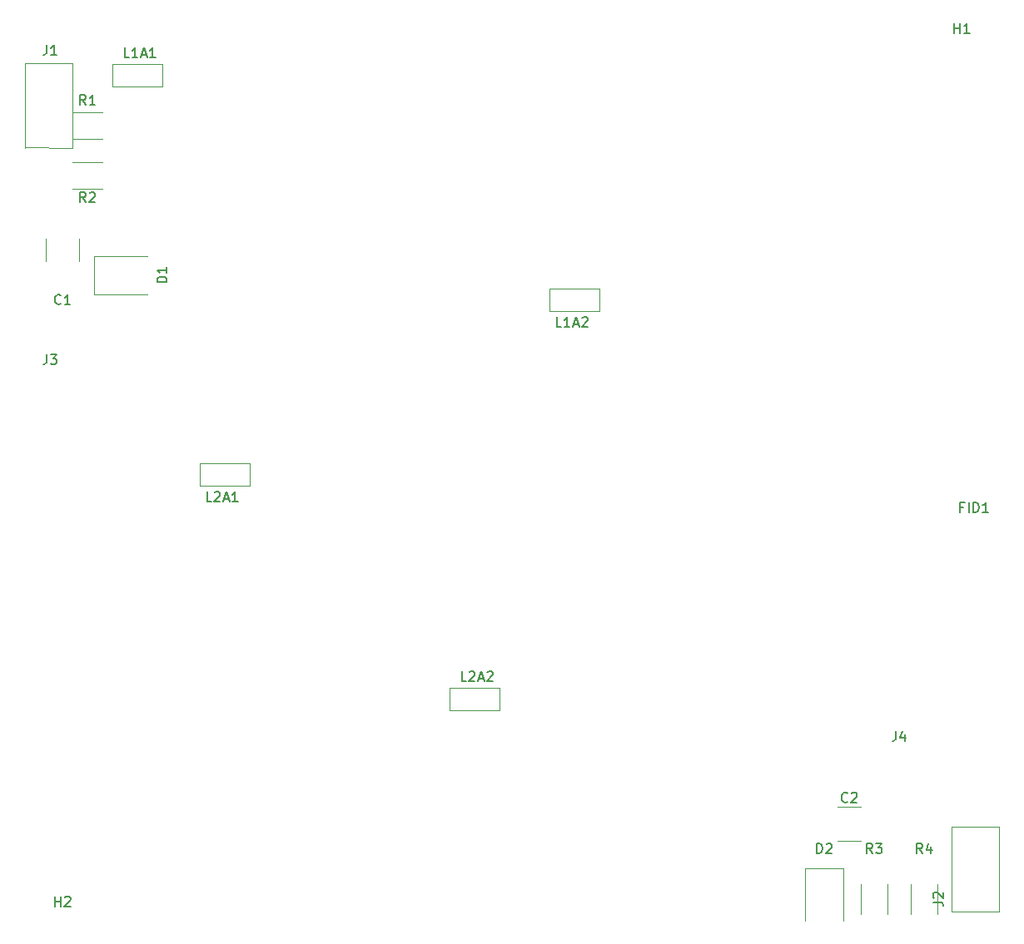
<source format=gbr>
%TF.GenerationSoftware,KiCad,Pcbnew,(5.1.12)-1*%
%TF.CreationDate,2021-11-29T17:29:34+10:30*%
%TF.ProjectId,SWR_02,5357525f-3032-42e6-9b69-6361645f7063,1*%
%TF.SameCoordinates,Original*%
%TF.FileFunction,Legend,Top*%
%TF.FilePolarity,Positive*%
%FSLAX46Y46*%
G04 Gerber Fmt 4.6, Leading zero omitted, Abs format (unit mm)*
G04 Created by KiCad (PCBNEW (5.1.12)-1) date 2021-11-29 17:29:34*
%MOMM*%
%LPD*%
G01*
G04 APERTURE LIST*
%ADD10C,0.120000*%
%ADD11C,0.049530*%
%ADD12C,0.150000*%
G04 APERTURE END LIST*
D10*
%TO.C,J2*%
X145034000Y-106934000D02*
X149860000Y-106950000D01*
X145034000Y-115570000D02*
X145034000Y-106934000D01*
X149860000Y-115570000D02*
X145034000Y-115570000D01*
X149860000Y-106934000D02*
X149860000Y-115570000D01*
%TO.C,J1*%
X55626000Y-37846000D02*
X50800000Y-37830000D01*
X55626000Y-29210000D02*
X55626000Y-37846000D01*
X50800000Y-29210000D02*
X55626000Y-29210000D01*
X50800000Y-37846000D02*
X50800000Y-29210000D01*
%TO.C,D2*%
X134040000Y-116550000D02*
X134040000Y-111165000D01*
X134040000Y-111165000D02*
X130120000Y-111165000D01*
X130120000Y-111165000D02*
X130120000Y-116550000D01*
%TO.C,D1*%
X63210000Y-48840000D02*
X57825000Y-48840000D01*
X57825000Y-48840000D02*
X57825000Y-52760000D01*
X57825000Y-52760000D02*
X63210000Y-52760000D01*
%TO.C,C1*%
X56320000Y-47098748D02*
X56320000Y-49421252D01*
X52900000Y-47098748D02*
X52900000Y-49421252D01*
%TO.C,C2*%
X133458748Y-104970000D02*
X135781252Y-104970000D01*
X133458748Y-108390000D02*
X135781252Y-108390000D01*
D11*
%TO.C,L1A1*%
X59690000Y-31623000D02*
X64770000Y-31623000D01*
X64770000Y-29337000D02*
X64770000Y-31623000D01*
X59690000Y-29337000D02*
X64770000Y-29337000D01*
X59690000Y-31623000D02*
X59690000Y-29337000D01*
%TO.C,L1A2*%
X109220000Y-52197000D02*
X104140000Y-52197000D01*
X104140000Y-54483000D02*
X104140000Y-52197000D01*
X109220000Y-54483000D02*
X104140000Y-54483000D01*
X109220000Y-52197000D02*
X109220000Y-54483000D01*
%TO.C,L2A1*%
X73660000Y-69977000D02*
X68580000Y-69977000D01*
X68580000Y-72263000D02*
X68580000Y-69977000D01*
X73660000Y-72263000D02*
X68580000Y-72263000D01*
X73660000Y-69977000D02*
X73660000Y-72263000D01*
%TO.C,L2A2*%
X93980000Y-95123000D02*
X99060000Y-95123000D01*
X99060000Y-92837000D02*
X99060000Y-95123000D01*
X93980000Y-92837000D02*
X99060000Y-92837000D01*
X93980000Y-95123000D02*
X93980000Y-92837000D01*
D10*
%TO.C,R1*%
X58677064Y-34200000D02*
X55622936Y-34200000D01*
X58677064Y-36920000D02*
X55622936Y-36920000D01*
%TO.C,R2*%
X58677064Y-42000000D02*
X55622936Y-42000000D01*
X58677064Y-39280000D02*
X55622936Y-39280000D01*
%TO.C,R3*%
X135800000Y-115827064D02*
X135800000Y-112772936D01*
X138520000Y-115827064D02*
X138520000Y-112772936D01*
%TO.C,R4*%
X143600000Y-115827064D02*
X143600000Y-112772936D01*
X140880000Y-115827064D02*
X140880000Y-112772936D01*
%TO.C,FID1*%
D12*
X146248571Y-74414071D02*
X145915238Y-74414071D01*
X145915238Y-74937880D02*
X145915238Y-73937880D01*
X146391428Y-73937880D01*
X146772380Y-74937880D02*
X146772380Y-73937880D01*
X147248571Y-74937880D02*
X147248571Y-73937880D01*
X147486666Y-73937880D01*
X147629523Y-73985500D01*
X147724761Y-74080738D01*
X147772380Y-74175976D01*
X147820000Y-74366452D01*
X147820000Y-74509309D01*
X147772380Y-74699785D01*
X147724761Y-74795023D01*
X147629523Y-74890261D01*
X147486666Y-74937880D01*
X147248571Y-74937880D01*
X148772380Y-74937880D02*
X148200952Y-74937880D01*
X148486666Y-74937880D02*
X148486666Y-73937880D01*
X148391428Y-74080738D01*
X148296190Y-74175976D01*
X148200952Y-74223595D01*
%TO.C,J2*%
X143152380Y-114633333D02*
X143866666Y-114633333D01*
X144009523Y-114680952D01*
X144104761Y-114776190D01*
X144152380Y-114919047D01*
X144152380Y-115014285D01*
X143247619Y-114204761D02*
X143200000Y-114157142D01*
X143152380Y-114061904D01*
X143152380Y-113823809D01*
X143200000Y-113728571D01*
X143247619Y-113680952D01*
X143342857Y-113633333D01*
X143438095Y-113633333D01*
X143580952Y-113680952D01*
X144152380Y-114252380D01*
X144152380Y-113633333D01*
%TO.C,J1*%
X53006666Y-27392380D02*
X53006666Y-28106666D01*
X52959047Y-28249523D01*
X52863809Y-28344761D01*
X52720952Y-28392380D01*
X52625714Y-28392380D01*
X54006666Y-28392380D02*
X53435238Y-28392380D01*
X53720952Y-28392380D02*
X53720952Y-27392380D01*
X53625714Y-27535238D01*
X53530476Y-27630476D01*
X53435238Y-27678095D01*
%TO.C,H2*%
X53848095Y-115062380D02*
X53848095Y-114062380D01*
X53848095Y-114538571D02*
X54419523Y-114538571D01*
X54419523Y-115062380D02*
X54419523Y-114062380D01*
X54848095Y-114157619D02*
X54895714Y-114110000D01*
X54990952Y-114062380D01*
X55229047Y-114062380D01*
X55324285Y-114110000D01*
X55371904Y-114157619D01*
X55419523Y-114252857D01*
X55419523Y-114348095D01*
X55371904Y-114490952D01*
X54800476Y-115062380D01*
X55419523Y-115062380D01*
%TO.C,H1*%
X145288095Y-26162380D02*
X145288095Y-25162380D01*
X145288095Y-25638571D02*
X145859523Y-25638571D01*
X145859523Y-26162380D02*
X145859523Y-25162380D01*
X146859523Y-26162380D02*
X146288095Y-26162380D01*
X146573809Y-26162380D02*
X146573809Y-25162380D01*
X146478571Y-25305238D01*
X146383333Y-25400476D01*
X146288095Y-25448095D01*
%TO.C,D2*%
X131341904Y-109672380D02*
X131341904Y-108672380D01*
X131580000Y-108672380D01*
X131722857Y-108720000D01*
X131818095Y-108815238D01*
X131865714Y-108910476D01*
X131913333Y-109100952D01*
X131913333Y-109243809D01*
X131865714Y-109434285D01*
X131818095Y-109529523D01*
X131722857Y-109624761D01*
X131580000Y-109672380D01*
X131341904Y-109672380D01*
X132294285Y-108767619D02*
X132341904Y-108720000D01*
X132437142Y-108672380D01*
X132675238Y-108672380D01*
X132770476Y-108720000D01*
X132818095Y-108767619D01*
X132865714Y-108862857D01*
X132865714Y-108958095D01*
X132818095Y-109100952D01*
X132246666Y-109672380D01*
X132865714Y-109672380D01*
%TO.C,D1*%
X65222380Y-51538095D02*
X64222380Y-51538095D01*
X64222380Y-51300000D01*
X64270000Y-51157142D01*
X64365238Y-51061904D01*
X64460476Y-51014285D01*
X64650952Y-50966666D01*
X64793809Y-50966666D01*
X64984285Y-51014285D01*
X65079523Y-51061904D01*
X65174761Y-51157142D01*
X65222380Y-51300000D01*
X65222380Y-51538095D01*
X65222380Y-50014285D02*
X65222380Y-50585714D01*
X65222380Y-50300000D02*
X64222380Y-50300000D01*
X64365238Y-50395238D01*
X64460476Y-50490476D01*
X64508095Y-50585714D01*
%TO.C,C1*%
X54443333Y-53697142D02*
X54395714Y-53744761D01*
X54252857Y-53792380D01*
X54157619Y-53792380D01*
X54014761Y-53744761D01*
X53919523Y-53649523D01*
X53871904Y-53554285D01*
X53824285Y-53363809D01*
X53824285Y-53220952D01*
X53871904Y-53030476D01*
X53919523Y-52935238D01*
X54014761Y-52840000D01*
X54157619Y-52792380D01*
X54252857Y-52792380D01*
X54395714Y-52840000D01*
X54443333Y-52887619D01*
X55395714Y-53792380D02*
X54824285Y-53792380D01*
X55110000Y-53792380D02*
X55110000Y-52792380D01*
X55014761Y-52935238D01*
X54919523Y-53030476D01*
X54824285Y-53078095D01*
%TO.C,C2*%
X134453333Y-104387142D02*
X134405714Y-104434761D01*
X134262857Y-104482380D01*
X134167619Y-104482380D01*
X134024761Y-104434761D01*
X133929523Y-104339523D01*
X133881904Y-104244285D01*
X133834285Y-104053809D01*
X133834285Y-103910952D01*
X133881904Y-103720476D01*
X133929523Y-103625238D01*
X134024761Y-103530000D01*
X134167619Y-103482380D01*
X134262857Y-103482380D01*
X134405714Y-103530000D01*
X134453333Y-103577619D01*
X134834285Y-103577619D02*
X134881904Y-103530000D01*
X134977142Y-103482380D01*
X135215238Y-103482380D01*
X135310476Y-103530000D01*
X135358095Y-103577619D01*
X135405714Y-103672857D01*
X135405714Y-103768095D01*
X135358095Y-103910952D01*
X134786666Y-104482380D01*
X135405714Y-104482380D01*
%TO.C,L1A1*%
X61412571Y-28646380D02*
X60936380Y-28646380D01*
X60936380Y-27646380D01*
X62269714Y-28646380D02*
X61698285Y-28646380D01*
X61984000Y-28646380D02*
X61984000Y-27646380D01*
X61888761Y-27789238D01*
X61793523Y-27884476D01*
X61698285Y-27932095D01*
X62650666Y-28360666D02*
X63126857Y-28360666D01*
X62555428Y-28646380D02*
X62888761Y-27646380D01*
X63222095Y-28646380D01*
X64079238Y-28646380D02*
X63507809Y-28646380D01*
X63793523Y-28646380D02*
X63793523Y-27646380D01*
X63698285Y-27789238D01*
X63603047Y-27884476D01*
X63507809Y-27932095D01*
%TO.C,L1A2*%
X105354571Y-56078380D02*
X104878380Y-56078380D01*
X104878380Y-55078380D01*
X106211714Y-56078380D02*
X105640285Y-56078380D01*
X105926000Y-56078380D02*
X105926000Y-55078380D01*
X105830761Y-55221238D01*
X105735523Y-55316476D01*
X105640285Y-55364095D01*
X106592666Y-55792666D02*
X107068857Y-55792666D01*
X106497428Y-56078380D02*
X106830761Y-55078380D01*
X107164095Y-56078380D01*
X107449809Y-55173619D02*
X107497428Y-55126000D01*
X107592666Y-55078380D01*
X107830761Y-55078380D01*
X107926000Y-55126000D01*
X107973619Y-55173619D01*
X108021238Y-55268857D01*
X108021238Y-55364095D01*
X107973619Y-55506952D01*
X107402190Y-56078380D01*
X108021238Y-56078380D01*
%TO.C,L2A1*%
X69794571Y-73858380D02*
X69318380Y-73858380D01*
X69318380Y-72858380D01*
X70080285Y-72953619D02*
X70127904Y-72906000D01*
X70223142Y-72858380D01*
X70461238Y-72858380D01*
X70556476Y-72906000D01*
X70604095Y-72953619D01*
X70651714Y-73048857D01*
X70651714Y-73144095D01*
X70604095Y-73286952D01*
X70032666Y-73858380D01*
X70651714Y-73858380D01*
X71032666Y-73572666D02*
X71508857Y-73572666D01*
X70937428Y-73858380D02*
X71270761Y-72858380D01*
X71604095Y-73858380D01*
X72461238Y-73858380D02*
X71889809Y-73858380D01*
X72175523Y-73858380D02*
X72175523Y-72858380D01*
X72080285Y-73001238D01*
X71985047Y-73096476D01*
X71889809Y-73144095D01*
%TO.C,L2A2*%
X95702571Y-92146380D02*
X95226380Y-92146380D01*
X95226380Y-91146380D01*
X95988285Y-91241619D02*
X96035904Y-91194000D01*
X96131142Y-91146380D01*
X96369238Y-91146380D01*
X96464476Y-91194000D01*
X96512095Y-91241619D01*
X96559714Y-91336857D01*
X96559714Y-91432095D01*
X96512095Y-91574952D01*
X95940666Y-92146380D01*
X96559714Y-92146380D01*
X96940666Y-91860666D02*
X97416857Y-91860666D01*
X96845428Y-92146380D02*
X97178761Y-91146380D01*
X97512095Y-92146380D01*
X97797809Y-91241619D02*
X97845428Y-91194000D01*
X97940666Y-91146380D01*
X98178761Y-91146380D01*
X98274000Y-91194000D01*
X98321619Y-91241619D01*
X98369238Y-91336857D01*
X98369238Y-91432095D01*
X98321619Y-91574952D01*
X97750190Y-92146380D01*
X98369238Y-92146380D01*
%TO.C,J4*%
X139366666Y-97242380D02*
X139366666Y-97956666D01*
X139319047Y-98099523D01*
X139223809Y-98194761D01*
X139080952Y-98242380D01*
X138985714Y-98242380D01*
X140271428Y-97575714D02*
X140271428Y-98242380D01*
X140033333Y-97194761D02*
X139795238Y-97909047D01*
X140414285Y-97909047D01*
%TO.C,J3*%
X53006666Y-58888380D02*
X53006666Y-59602666D01*
X52959047Y-59745523D01*
X52863809Y-59840761D01*
X52720952Y-59888380D01*
X52625714Y-59888380D01*
X53387619Y-58888380D02*
X54006666Y-58888380D01*
X53673333Y-59269333D01*
X53816190Y-59269333D01*
X53911428Y-59316952D01*
X53959047Y-59364571D01*
X54006666Y-59459809D01*
X54006666Y-59697904D01*
X53959047Y-59793142D01*
X53911428Y-59840761D01*
X53816190Y-59888380D01*
X53530476Y-59888380D01*
X53435238Y-59840761D01*
X53387619Y-59793142D01*
%TO.C,R1*%
X56983333Y-33472380D02*
X56650000Y-32996190D01*
X56411904Y-33472380D02*
X56411904Y-32472380D01*
X56792857Y-32472380D01*
X56888095Y-32520000D01*
X56935714Y-32567619D01*
X56983333Y-32662857D01*
X56983333Y-32805714D01*
X56935714Y-32900952D01*
X56888095Y-32948571D01*
X56792857Y-32996190D01*
X56411904Y-32996190D01*
X57935714Y-33472380D02*
X57364285Y-33472380D01*
X57650000Y-33472380D02*
X57650000Y-32472380D01*
X57554761Y-32615238D01*
X57459523Y-32710476D01*
X57364285Y-32758095D01*
%TO.C,R2*%
X56983333Y-43372380D02*
X56650000Y-42896190D01*
X56411904Y-43372380D02*
X56411904Y-42372380D01*
X56792857Y-42372380D01*
X56888095Y-42420000D01*
X56935714Y-42467619D01*
X56983333Y-42562857D01*
X56983333Y-42705714D01*
X56935714Y-42800952D01*
X56888095Y-42848571D01*
X56792857Y-42896190D01*
X56411904Y-42896190D01*
X57364285Y-42467619D02*
X57411904Y-42420000D01*
X57507142Y-42372380D01*
X57745238Y-42372380D01*
X57840476Y-42420000D01*
X57888095Y-42467619D01*
X57935714Y-42562857D01*
X57935714Y-42658095D01*
X57888095Y-42800952D01*
X57316666Y-43372380D01*
X57935714Y-43372380D01*
%TO.C,R3*%
X136993333Y-109672380D02*
X136660000Y-109196190D01*
X136421904Y-109672380D02*
X136421904Y-108672380D01*
X136802857Y-108672380D01*
X136898095Y-108720000D01*
X136945714Y-108767619D01*
X136993333Y-108862857D01*
X136993333Y-109005714D01*
X136945714Y-109100952D01*
X136898095Y-109148571D01*
X136802857Y-109196190D01*
X136421904Y-109196190D01*
X137326666Y-108672380D02*
X137945714Y-108672380D01*
X137612380Y-109053333D01*
X137755238Y-109053333D01*
X137850476Y-109100952D01*
X137898095Y-109148571D01*
X137945714Y-109243809D01*
X137945714Y-109481904D01*
X137898095Y-109577142D01*
X137850476Y-109624761D01*
X137755238Y-109672380D01*
X137469523Y-109672380D01*
X137374285Y-109624761D01*
X137326666Y-109577142D01*
%TO.C,R4*%
X142073333Y-109672380D02*
X141740000Y-109196190D01*
X141501904Y-109672380D02*
X141501904Y-108672380D01*
X141882857Y-108672380D01*
X141978095Y-108720000D01*
X142025714Y-108767619D01*
X142073333Y-108862857D01*
X142073333Y-109005714D01*
X142025714Y-109100952D01*
X141978095Y-109148571D01*
X141882857Y-109196190D01*
X141501904Y-109196190D01*
X142930476Y-109005714D02*
X142930476Y-109672380D01*
X142692380Y-108624761D02*
X142454285Y-109339047D01*
X143073333Y-109339047D01*
%TD*%
M02*

</source>
